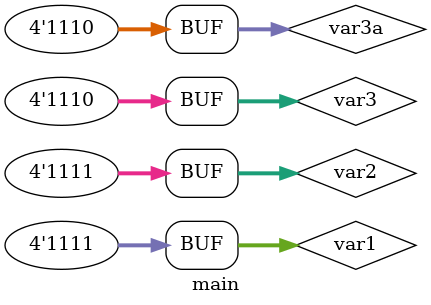
<source format=v>


module main;

reg globvar;

reg [3:0] var1,var2,var3;
wire [3:0] var3a;
reg error;

assign var3a = var1 + var2;

always @( var1 or var2)
  var3 = var1 + var2 ;

initial
begin
error = 0;
for ( var1 = 4'b0; var1 != 4'hf; var1 = var1 + 1)
  for ( var2 = 4'b0; var2 != 4'hf; var2 = var2 + 1)
     begin
        #1 ;
        if(var3 !== var3a)
               error = 1;
        #1;
     end
if(error == 0) 
  $display("PASSED");
else
  $display("FAILED");

end

endmodule // main

</source>
